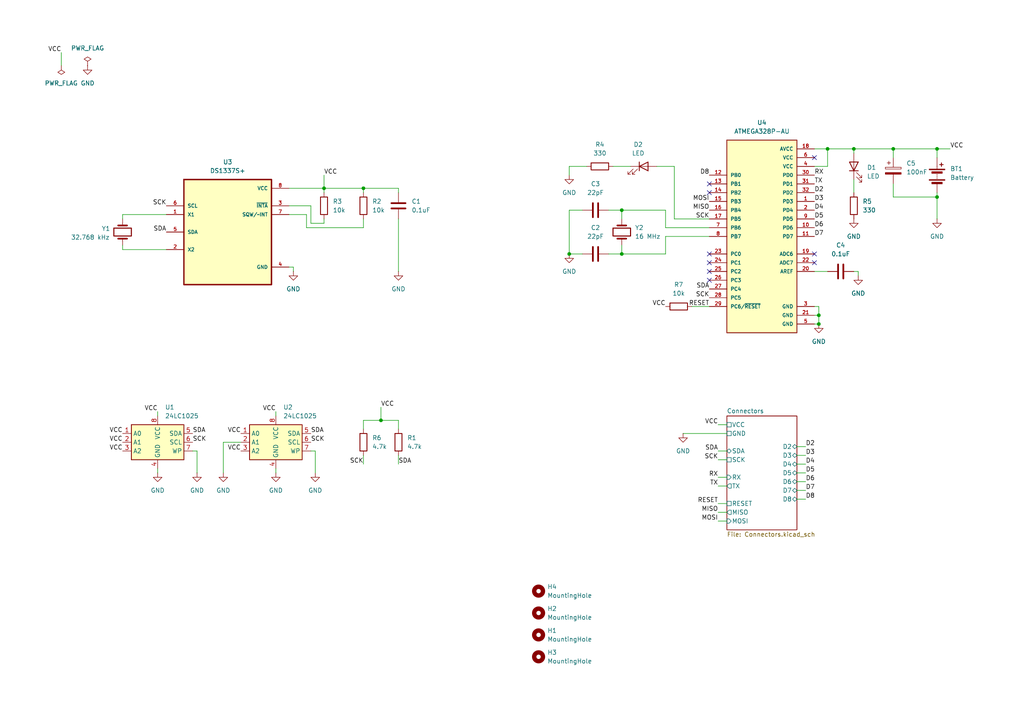
<source format=kicad_sch>
(kicad_sch (version 20250114) (generator "eeschema") (generator_version "9.0")
  (paper "A4")
  (title_block (title "${project_name}") (date "2025-03-10") (rev "1") (company "Krzysztof Tomicki"))
  (lib_symbols
    (symbol "ATMEGA328P-AU:ATMEGA328P-AU" (pin_names (offset 1.016))
      (property "Reference" "U4" (at 0 33.02 0))
      (property "Value" "ATMEGA328P-AU" (at 0 30.48 0))
      (symbol "ATMEGA328P-AU_0_0"
        (rectangle (start -10.16 -27.94) (end 10.16 27.94) (stroke (width 0.254)) (fill (type background)))
        (pin bidirectional line (at -15.24 17.78 0) (length 5.08) (name "PB0") (number "12"))
        (pin bidirectional line (at -15.24 15.24 0) (length 5.08) (name "PB1") (number "13"))
        (pin bidirectional line (at -15.24 12.7 0) (length 5.08) (name "PB2") (number "14"))
        (pin bidirectional line (at -15.24 10.16 0) (length 5.08) (name "PB3") (number "15"))
        (pin bidirectional line (at -15.24 7.62 0) (length 5.08) (name "PB4") (number "16"))
        (pin bidirectional line (at -15.24 5.08 0) (length 5.08) (name "PB5") (number "17"))
        (pin bidirectional line (at -15.24 2.54 0) (length 5.08) (name "PB6") (number "7"))
        (pin bidirectional line (at -15.24 0 0) (length 5.08) (name "PB7") (number "8"))
        (pin bidirectional line (at -15.24 -5.08 0) (length 5.08) (name "PC0") (number "23"))
        (pin bidirectional line (at -15.24 -7.62 0) (length 5.08) (name "PC1") (number "24"))
        (pin bidirectional line (at -15.24 -10.16 0) (length 5.08) (name "PC2") (number "25"))
        (pin bidirectional line (at -15.24 -12.7 0) (length 5.08) (name "PC3") (number "26"))
        (pin bidirectional line (at -15.24 -15.24 0) (length 5.08) (name "PC4") (number "27"))
        (pin bidirectional line (at -15.24 -17.78 0) (length 5.08) (name "PC5") (number "28"))
        (pin bidirectional line (at -15.24 -20.32 0) (length 5.08) (name "PC6/~{RESET}") (number "29"))
        (pin power_in line (at 15.24 25.4 180) (length 5.08) (name "AVCC") (number "18"))
        (pin power_in line (at 15.24 22.86 180) (length 5.08) (name "VCC") (number "6"))
        (pin power_in line (at 15.24 20.32 180) (length 5.08) (name "VCC") (number "4"))
        (pin bidirectional line (at 15.24 17.78 180) (length 5.08) (name "PD0") (number "30"))
        (pin bidirectional line (at 15.24 15.24 180) (length 5.08) (name "PD1") (number "31"))
        (pin bidirectional line (at 15.24 12.7 180) (length 5.08) (name "PD2") (number "32"))
        (pin bidirectional line (at 15.24 10.16 180) (length 5.08) (name "PD3") (number "1"))
        (pin bidirectional line (at 15.24 7.62 180) (length 5.08) (name "PD4") (number "2"))
        (pin bidirectional line (at 15.24 5.08 180) (length 5.08) (name "PD5") (number "9"))
        (pin bidirectional line (at 15.24 2.54 180) (length 5.08) (name "PD6") (number "10"))
        (pin bidirectional line (at 15.24 0 180) (length 5.08) (name "PD7") (number "11"))
        (pin bidirectional line (at 15.24 -5.08 180) (length 5.08) (name "ADC6") (number "19"))
        (pin bidirectional line (at 15.24 -7.62 180) (length 5.08) (name "ADC7") (number "22"))
        (pin input line (at 15.24 -10.16 180) (length 5.08) (name "AREF") (number "20"))
        (pin power_in line (at 15.24 -20.32 180) (length 5.08) (name "GND") (number "3"))
        (pin power_in line (at 15.24 -22.86 180) (length 5.08) (name "GND") (number "21"))
        (pin power_in line (at 15.24 -25.4 180) (length 5.08) (name "GND") (number "5"))
      )
    )
    (symbol "DS1337S_:DS1337S_" (pin_names (offset 1.016))
      (property "Reference" "U" (at -12.7 16.24 0))
      (property "Value" "DS1337S_" (at -12.7 -19.24 0))
      (symbol "DS1337S__0_0"
        (rectangle (start -12.7 -15.24) (end 12.7 15.24) (stroke (width 0.41)) (fill (type background)))
        (pin input line (at -17.78 7.62 0) (length 5.08) (name "SCL") (number "6"))
        (pin input line (at -17.78 5.08 0) (length 5.08) (name "X1") (number "1"))
        (pin bidirectional line (at -17.78 0 0) (length 5.08) (name "SDA") (number "5"))
        (pin bidirectional line (at -17.78 -5.08 0) (length 5.08) (name "X2") (number "2"))
        (pin power_in line (at 17.78 12.7 180) (length 5.08) (name "VCC") (number "8"))
        (pin output line (at 17.78 7.62 180) (length 5.08) (name "~{INTA}") (number "3"))
        (pin output line (at 17.78 5.08 180) (length 5.08) (name "SQW/~INT") (number "7"))
        (pin power_in line (at 17.78 -10.16 180) (length 5.08) (name "GND") (number "4"))
      )
    )
    (symbol "Device:Battery" (pin_numbers (hide yes)) (pin_names (offset 0) (hide yes))
      (property "Reference" "BT" (at 2.54 2.54 0))
      (property "Value" "Battery" (at 2.54 0 0))
      (symbol "Battery_0_1"
        (rectangle (start -2.286 1.778) (end 2.286 1.524) (fill (type outline)))
        (rectangle (start -2.286 -1.27) (end 2.286 -1.524) (fill (type outline)))
        (rectangle (start -1.524 1.016) (end 1.524 0.508) (fill (type outline)))
        (rectangle (start -1.524 -2.032) (end 1.524 -2.54) (fill (type outline)))
        (polyline (pts (xy 0 1.778) (xy 0 2.54)))
        (polyline (pts (xy 0 0) (xy 0 0.254)))
        (polyline (pts (xy 0 -0.508) (xy 0 -0.254)))
        (polyline (pts (xy 0 -1.016) (xy 0 -0.762)))
        (polyline (pts (xy 0.762 3.048) (xy 1.778 3.048)) (stroke (width 0.254)))
        (polyline (pts (xy 1.27 3.556) (xy 1.27 2.54)) (stroke (width 0.254)))
      )
      (symbol "Battery_1_1"
        (pin passive line (at 0 5.08 270) (length 2.54) (name "+") (number "1"))
        (pin passive line (at 0 -5.08 90) (length 2.54) (name "-") (number "2"))
      )
    )
    (symbol "Device:C" (pin_numbers (hide yes)) (pin_names (offset 0.254))
      (property "Reference" "C" (at 0.635 2.54 0))
      (property "Value" "C" (at 0.635 -2.54 0))
      (symbol "C_0_1"
        (polyline (pts (xy -2.032 0.762) (xy 2.032 0.762)) (stroke (width 0.508)))
        (polyline (pts (xy -2.032 -0.762) (xy 2.032 -0.762)) (stroke (width 0.508)))
      )
      (symbol "C_1_1"
        (pin passive line (at 0 3.81 270) (length 2.794) (name "~") (number "1"))
        (pin passive line (at 0 -3.81 90) (length 2.794) (name "~") (number "2"))
      )
    )
    (symbol "Device:C_Polarized" (pin_numbers (hide yes)) (pin_names (offset 0.254))
      (property "Reference" "C" (at 0.635 2.54 0))
      (property "Value" "C_Polarized" (at 0.635 -2.54 0))
      (symbol "C_Polarized_0_1"
        (rectangle (start -2.286 0.508) (end 2.286 1.016))
        (polyline (pts (xy -1.778 2.286) (xy -0.762 2.286)))
        (polyline (pts (xy -1.27 2.794) (xy -1.27 1.778)))
        (rectangle (start 2.286 -0.508) (end -2.286 -1.016) (fill (type outline)))
      )
      (symbol "C_Polarized_1_1"
        (pin passive line (at 0 3.81 270) (length 2.794) (name "~") (number "1"))
        (pin passive line (at 0 -3.81 90) (length 2.794) (name "~") (number "2"))
      )
    )
    (symbol "Device:Crystal" (pin_numbers (hide yes)) (pin_names (offset 1.016) (hide yes))
      (property "Reference" "Y" (at 0 3.81 0))
      (property "Value" "Crystal" (at 0 -3.81 0))
      (symbol "Crystal_0_1"
        (polyline (pts (xy -2.54 0) (xy -1.905 0)))
        (polyline (pts (xy -1.905 -1.27) (xy -1.905 1.27)) (stroke (width 0.508)))
        (rectangle (start -1.143 2.54) (end 1.143 -2.54) (stroke (width 0.3048)))
        (polyline (pts (xy 1.905 -1.27) (xy 1.905 1.27)) (stroke (width 0.508)))
        (polyline (pts (xy 2.54 0) (xy 1.905 0)))
      )
      (symbol "Crystal_1_1"
        (pin passive line (at -3.81 0 0) (length 1.27) (name "1") (number "1"))
        (pin passive line (at 3.81 0 180) (length 1.27) (name "2") (number "2"))
      )
    )
    (symbol "Device:LED" (pin_numbers (hide yes)) (pin_names (offset 1.016) (hide yes))
      (property "Reference" "D" (at 0 2.54 0))
      (property "Value" "LED" (at 0 -2.54 0))
      (symbol "LED_0_1"
        (polyline (pts (xy -3.048 -0.762) (xy -4.572 -2.286) (xy -3.81 -2.286) (xy -4.572 -2.286) (xy -4.572 -1.524)))
        (polyline (pts (xy -1.778 -0.762) (xy -3.302 -2.286) (xy -2.54 -2.286) (xy -3.302 -2.286) (xy -3.302 -1.524)))
        (polyline (pts (xy -1.27 0) (xy 1.27 0)))
        (polyline (pts (xy -1.27 -1.27) (xy -1.27 1.27)) (stroke (width 0.254)))
        (polyline (pts (xy 1.27 -1.27) (xy 1.27 1.27) (xy -1.27 0) (xy 1.27 -1.27)) (stroke (width 0.254)))
      )
      (symbol "LED_1_1"
        (pin passive line (at -3.81 0 0) (length 2.54) (name "K") (number "1"))
        (pin passive line (at 3.81 0 180) (length 2.54) (name "A") (number "2"))
      )
    )
    (symbol "Device:R" (pin_numbers (hide yes)) (pin_names (offset 0))
      (property "Reference" "R" (at 2.032 0 90))
      (property "Value" "R" (at 0 0 90))
      (symbol "R_0_1"
        (rectangle (start -1.016 -2.54) (end 1.016 2.54) (stroke (width 0.254)))
      )
      (symbol "R_1_1"
        (pin passive line (at 0 3.81 270) (length 1.27) (name "~") (number "1"))
        (pin passive line (at 0 -3.81 90) (length 1.27) (name "~") (number "2"))
      )
    )
    (symbol "Mechanical:MountingHole" (pin_names (offset 1.016)) (exclude_from_sim yes) (in_bom no)
      (property "Reference" "H" (at 0 5.08 0))
      (property "Value" "MountingHole" (at 0 3.175 0))
      (symbol "MountingHole_0_1"
        (circle (center 0 0) (radius 1.27) (stroke (width 1.27)))
      )
    )
    (symbol "Memory_EEPROM:24LC1025"
      (property "Reference" "U" (at -6.35 6.35 0))
      (property "Value" "24LC1025" (at 1.27 6.35 0))
      (symbol "24LC1025_1_1"
        (rectangle (start -7.62 5.08) (end 7.62 -5.08) (stroke (width 0.254)) (fill (type background)))
        (pin input line (at -10.16 2.54 0) (length 2.54) (name "A0") (number "1"))
        (pin input line (at -10.16 0 0) (length 2.54) (name "A1") (number "2"))
        (pin input line (at -10.16 -2.54 0) (length 2.54) (name "A2") (number "3"))
        (pin power_in line (at 0 7.62 270) (length 2.54) (name "VCC") (number "8"))
        (pin power_in line (at 0 -7.62 90) (length 2.54) (name "GND") (number "4"))
        (pin bidirectional line (at 10.16 2.54 180) (length 2.54) (name "SDA") (number "5"))
        (pin input line (at 10.16 0 180) (length 2.54) (name "SCL") (number "6"))
        (pin input line (at 10.16 -2.54 180) (length 2.54) (name "WP") (number "7"))
      )
    )
    (symbol "power:GND" (power) (pin_numbers (hide yes)) (pin_names (offset 0) (hide yes))
      (property "Value" "GND" (at 0 -3.81 0))
      (symbol "GND_0_1"
        (polyline (pts (xy 0 0) (xy 0 -1.27) (xy 1.27 -1.27) (xy 0 -2.54) (xy -1.27 -1.27) (xy 0 -1.27)))
      )
      (symbol "GND_1_1"
        (pin power_in line (at 0 0 270) (length 0) (name "~") (number "1"))
      )
    )
    (symbol "power:PWR_FLAG" (power) (pin_numbers (hide yes)) (pin_names (offset 0) (hide yes))
      (property "Value" "PWR_FLAG" (at 0 3.81 0))
      (symbol "PWR_FLAG_0_0"
        (pin power_out line (at 0 0 90) (length 0) (name "~") (number "1"))
      )
      (symbol "PWR_FLAG_0_1"
        (polyline (pts (xy 0 0) (xy 0 1.27) (xy -1.016 1.905) (xy 0 2.54) (xy 1.016 1.905) (xy 0 1.27)))
      )
    )
  )
  (junction (at 93.98 54.61))
  (junction (at 110.49 121.92))
  (junction (at 180.34 73.66))
  (junction (at 259.08 43.18))
  (junction (at 247.65 43.18))
  (junction (at 180.34 60.96))
  (junction (at 165.1 73.66))
  (junction (at 271.78 43.18))
  (junction (at 271.78 57.15))
  (junction (at 105.41 54.61))
  (junction (at 237.49 93.98))
  (junction (at 240.03 43.18))
  (junction (at 237.49 91.44))
  (no_connect (at 205.74 81.28))
  (no_connect (at 205.74 53.34))
  (no_connect (at 205.74 55.88))
  (no_connect (at 205.74 78.74))
  (no_connect (at 236.22 45.72))
  (no_connect (at 205.74 76.2))
  (no_connect (at 236.22 76.2))
  (no_connect (at 205.74 73.66))
  (no_connect (at 236.22 73.66))
  (wire (pts (xy 208.28 123.19) (xy 210.82 123.19)))
  (wire (pts (xy 115.57 121.92) (xy 115.57 124.46)))
  (wire (pts (xy 208.28 138.43) (xy 210.82 138.43)))
  (wire (pts (xy 236.22 78.74) (xy 240.03 78.74)))
  (wire (pts (xy 80.01 137.16) (xy 80.01 135.89)))
  (wire (pts (xy 271.78 57.15) (xy 271.78 55.88)))
  (wire (pts (xy 115.57 78.74) (xy 115.57 63.5)))
  (wire (pts (xy 93.98 63.5) (xy 93.98 64.77)))
  (wire (pts (xy 233.68 142.24) (xy 231.14 142.24)))
  (wire (pts (xy 88.9 66.04) (xy 88.9 62.23)))
  (wire (pts (xy 205.74 66.04) (xy 193.04 66.04)))
  (wire (pts (xy 115.57 134.62) (xy 115.57 132.08)))
  (wire (pts (xy 85.09 77.47) (xy 85.09 78.74)))
  (wire (pts (xy 248.92 78.74) (xy 248.92 80.01)))
  (wire (pts (xy 93.98 54.61) (xy 93.98 55.88)))
  (wire (pts (xy 105.41 54.61) (xy 115.57 54.61)))
  (wire (pts (xy 88.9 62.23) (xy 83.82 62.23)))
  (wire (pts (xy 55.88 130.81) (xy 57.15 130.81)))
  (wire (pts (xy 45.72 119.38) (xy 45.72 120.65)))
  (wire (pts (xy 236.22 88.9) (xy 237.49 88.9)))
  (wire (pts (xy 208.28 133.35) (xy 210.82 133.35)))
  (wire (pts (xy 193.04 66.04) (xy 193.04 60.96)))
  (wire (pts (xy 93.98 50.8) (xy 93.98 54.61)))
  (wire (pts (xy 236.22 48.26) (xy 240.03 48.26)))
  (wire (pts (xy 168.91 60.96) (xy 165.1 60.96)))
  (wire (pts (xy 233.68 129.54) (xy 231.14 129.54)))
  (wire (pts (xy 233.68 137.16) (xy 231.14 137.16)))
  (wire (pts (xy 48.26 62.23) (xy 35.56 62.23)))
  (wire (pts (xy 170.18 48.26) (xy 165.1 48.26)))
  (wire (pts (xy 237.49 88.9) (xy 237.49 91.44)))
  (wire (pts (xy 259.08 53.34) (xy 259.08 57.15)))
  (wire (pts (xy 233.68 132.08) (xy 231.14 132.08)))
  (wire (pts (xy 240.03 48.26) (xy 240.03 43.18)))
  (wire (pts (xy 64.77 128.27) (xy 69.85 128.27)))
  (wire (pts (xy 35.56 72.39) (xy 48.26 72.39)))
  (wire (pts (xy 93.98 54.61) (xy 105.41 54.61)))
  (wire (pts (xy 180.34 60.96) (xy 180.34 63.5)))
  (wire (pts (xy 275.59 43.18) (xy 271.78 43.18)))
  (wire (pts (xy 93.98 64.77) (xy 90.17 64.77)))
  (wire (pts (xy 35.56 71.12) (xy 35.56 72.39)))
  (wire (pts (xy 247.65 78.74) (xy 248.92 78.74)))
  (wire (pts (xy 259.08 43.18) (xy 259.08 45.72)))
  (wire (pts (xy 83.82 54.61) (xy 93.98 54.61)))
  (wire (pts (xy 236.22 91.44) (xy 237.49 91.44)))
  (wire (pts (xy 200.66 88.9) (xy 205.74 88.9)))
  (wire (pts (xy 208.28 140.97) (xy 210.82 140.97)))
  (wire (pts (xy 236.22 43.18) (xy 240.03 43.18)))
  (wire (pts (xy 35.56 62.23) (xy 35.56 63.5)))
  (wire (pts (xy 105.41 54.61) (xy 105.41 55.88)))
  (wire (pts (xy 208.28 130.81) (xy 210.82 130.81)))
  (wire (pts (xy 90.17 64.77) (xy 90.17 59.69)))
  (wire (pts (xy 259.08 57.15) (xy 271.78 57.15)))
  (wire (pts (xy 64.77 137.16) (xy 64.77 128.27)))
  (wire (pts (xy 195.58 48.26) (xy 190.5 48.26)))
  (wire (pts (xy 198.12 125.73) (xy 210.82 125.73)))
  (wire (pts (xy 233.68 139.7) (xy 231.14 139.7)))
  (wire (pts (xy 180.34 73.66) (xy 180.34 71.12)))
  (wire (pts (xy 17.78 15.24) (xy 17.78 19.05)))
  (wire (pts (xy 80.01 119.38) (xy 80.01 120.65)))
  (wire (pts (xy 177.8 48.26) (xy 182.88 48.26)))
  (wire (pts (xy 233.68 134.62) (xy 231.14 134.62)))
  (wire (pts (xy 195.58 63.5) (xy 205.74 63.5)))
  (wire (pts (xy 208.28 148.59) (xy 210.82 148.59)))
  (wire (pts (xy 233.68 144.78) (xy 231.14 144.78)))
  (wire (pts (xy 105.41 121.92) (xy 110.49 121.92)))
  (wire (pts (xy 83.82 77.47) (xy 85.09 77.47)))
  (wire (pts (xy 110.49 118.11) (xy 110.49 121.92)))
  (wire (pts (xy 208.28 146.05) (xy 210.82 146.05)))
  (wire (pts (xy 165.1 73.66) (xy 168.91 73.66)))
  (wire (pts (xy 271.78 43.18) (xy 271.78 45.72)))
  (wire (pts (xy 91.44 137.16) (xy 91.44 130.81)))
  (wire (pts (xy 193.04 73.66) (xy 193.04 68.58)))
  (wire (pts (xy 236.22 93.98) (xy 237.49 93.98)))
  (wire (pts (xy 165.1 60.96) (xy 165.1 73.66)))
  (wire (pts (xy 240.03 43.18) (xy 247.65 43.18)))
  (wire (pts (xy 247.65 43.18) (xy 259.08 43.18)))
  (wire (pts (xy 237.49 91.44) (xy 237.49 93.98)))
  (wire (pts (xy 176.53 60.96) (xy 180.34 60.96)))
  (wire (pts (xy 105.41 66.04) (xy 88.9 66.04)))
  (wire (pts (xy 57.15 130.81) (xy 57.15 137.16)))
  (wire (pts (xy 195.58 48.26) (xy 195.58 63.5)))
  (wire (pts (xy 105.41 63.5) (xy 105.41 66.04)))
  (wire (pts (xy 90.17 59.69) (xy 83.82 59.69)))
  (wire (pts (xy 176.53 73.66) (xy 180.34 73.66)))
  (wire (pts (xy 165.1 48.26) (xy 165.1 50.8)))
  (wire (pts (xy 193.04 60.96) (xy 180.34 60.96)))
  (wire (pts (xy 115.57 54.61) (xy 115.57 55.88)))
  (wire (pts (xy 247.65 52.07) (xy 247.65 55.88)))
  (wire (pts (xy 208.28 151.13) (xy 210.82 151.13)))
  (wire (pts (xy 271.78 57.15) (xy 271.78 63.5)))
  (wire (pts (xy 180.34 73.66) (xy 193.04 73.66)))
  (wire (pts (xy 45.72 137.16) (xy 45.72 135.89)))
  (wire (pts (xy 105.41 134.62) (xy 105.41 132.08)))
  (wire (pts (xy 110.49 121.92) (xy 115.57 121.92)))
  (wire (pts (xy 91.44 130.81) (xy 90.17 130.81)))
  (wire (pts (xy 193.04 68.58) (xy 205.74 68.58)))
  (wire (pts (xy 247.65 43.18) (xy 247.65 44.45)))
  (wire (pts (xy 259.08 43.18) (xy 271.78 43.18)))
  (wire (pts (xy 105.41 124.46) (xy 105.41 121.92)))
  (label "TX" (at 236.22 53.34 0))
  (label "D6" (at 236.22 66.04 0))
  (label "VCC" (at 35.56 125.73 180))
  (label "D8" (at 205.74 50.8 180))
  (label "D2" (at 236.22 55.88 0))
  (label "RESET" (at 208.28 146.05 180))
  (label "VCC" (at 193.04 88.9 180))
  (label "D8" (at 233.68 144.78 0))
  (label "SDA" (at 205.74 83.82 180))
  (label "SDA" (at 90.17 125.73 0))
  (label "RX" (at 236.22 50.8 0))
  (label "SDA" (at 48.26 67.31 180))
  (label "VCC" (at 275.59 43.18 0))
  (label "D4" (at 236.22 60.96 0))
  (label "D5" (at 236.22 63.5 0))
  (label "SCK" (at 55.88 128.27 0))
  (label "VCC" (at 93.98 50.8 0))
  (label "RX" (at 208.28 138.43 180))
  (label "SCK" (at 205.74 86.36 180))
  (label "VCC" (at 208.28 123.19 180))
  (label "SDA" (at 115.57 134.62 0))
  (label "VCC" (at 110.49 118.11 0))
  (label "RESET" (at 205.74 88.9 180))
  (label "SCK" (at 90.17 128.27 0))
  (label "MOSI" (at 205.74 58.42 180))
  (label "MISO" (at 205.74 60.96 180))
  (label "VCC" (at 35.56 130.81 180))
  (label "SCK" (at 105.41 134.62 180))
  (label "VCC" (at 35.56 128.27 180))
  (label "VCC" (at 45.72 119.38 180))
  (label "D7" (at 233.68 142.24 0))
  (label "SDA" (at 208.28 130.81 180))
  (label "VCC" (at 17.78 15.24 180))
  (label "VCC" (at 69.85 130.81 180))
  (label "D4" (at 233.68 134.62 0))
  (label "D3" (at 236.22 58.42 0))
  (label "SCK" (at 48.26 59.69 180))
  (label "D7" (at 236.22 68.58 0))
  (label "D2" (at 233.68 129.54 0))
  (label "MISO" (at 208.28 148.59 180))
  (label "VCC" (at 80.01 119.38 180))
  (label "TX" (at 208.28 140.97 180))
  (label "SDA" (at 55.88 125.73 0))
  (label "D6" (at 233.68 139.7 0))
  (label "VCC" (at 69.85 125.73 180))
  (label "SCK" (at 205.74 63.5 180))
  (label "D3" (at 233.68 132.08 0))
  (label "D5" (at 233.68 137.16 0))
  (label "SCK" (at 208.28 133.35 180))
  (label "MOSI" (at 208.28 151.13 180))
  (symbol (lib_id "Device:R") (at 196.85 88.9 270) (unit 1)
    (property "Reference" "R7" (at 196.85 82.55 90))
    (property "Value" "10k" (at 196.85 85.09 90))
    (property "Footprint" "Resistor_SMD:R_0805_2012Metric_Pad1.20x1.40mm_HandSolder" (effects (hide yes)))
    (property "Description" "Resistor" (effects (hide yes)))
  )
  (symbol (lib_id "Device:R") (at 93.98 59.69 0) (unit 1)
    (property "Reference" "R3" (at 96.52 58.4199 0) (effects (justify left)))
    (property "Value" "10k" (at 96.52 60.9599 0) (effects (justify left)))
    (property "Footprint" "Resistor_SMD:R_0805_2012Metric_Pad1.20x1.40mm_HandSolder" (effects (hide yes)))
    (property "Description" "Resistor" (effects (hide yes)))
  )
  (symbol (lib_id "power:PWR_FLAG") (at 25.4 19.05 0) (unit 1)
    (property "Reference" "#FLG04" (effects (hide yes)))
    (property "Value" "PWR_FLAG" (at 25.4 13.97 0))
    (property "Description" "Special symbol for telling ERC where power comes from" (effects (hide yes)))
  )
  (symbol (lib_id "DS1337S_:DS1337S_") (at 66.04 67.31 0) (unit 1)
    (property "Reference" "U3" (at 66.04 46.99 0))
    (property "Value" "DS1337S+" (at 66.04 49.53 0))
    (property "Footprint" "Footprints:SOIC127P600X175-8N" (effects (hide yes)))
    (property "MF" "Analog Devices" (effects (hide yes)))
    (property "Description_1" "I²C Serial Real-Time Clock" (effects (hide yes)))
    (property "Package" "SOIC-8 Maxim" (effects (hide yes)))
    (property "Price" "None" (effects (hide yes)))
    (property "SnapEDA_Link" "https://www.snapeda.com/parts/DS1337S+/Analog+Devices/view-part/?ref=snap" (effects (hide yes)))
    (property "MP" "DS1337S+" (effects (hide yes)))
    (property "Availability" "In Stock" (effects (hide yes)))
    (property "Check_prices" "https://www.snapeda.com/parts/DS1337S+/Analog+Devices/view-part/?ref=eda" (effects (hide yes)))
  )
  (symbol (lib_id "Device:R") (at 105.41 59.69 0) (unit 1)
    (property "Reference" "R2" (at 107.95 58.4199 0) (effects (justify left)))
    (property "Value" "10k" (at 107.95 60.9599 0) (effects (justify left)))
    (property "Footprint" "Resistor_SMD:R_0805_2012Metric_Pad1.20x1.40mm_HandSolder" (effects (hide yes)))
    (property "Description" "Resistor" (effects (hide yes)))
  )
  (symbol (lib_id "Device:C") (at 172.72 60.96 90) (unit 1)
    (property "Reference" "C3" (at 172.72 53.34 90))
    (property "Value" "22pF" (at 172.72 55.88 90))
    (property "Footprint" "Capacitor_SMD:C_0805_2012Metric_Pad1.18x1.45mm_HandSolder" (effects (hide yes)))
    (property "Description" "Unpolarized capacitor" (effects (hide yes)))
  )
  (symbol (lib_id "Device:C") (at 172.72 73.66 90) (unit 1)
    (property "Reference" "C2" (at 172.72 66.04 90))
    (property "Value" "22pF" (at 172.72 68.58 90))
    (property "Footprint" "Capacitor_SMD:C_0805_2012Metric_Pad1.18x1.45mm_HandSolder" (effects (hide yes)))
    (property "Description" "Unpolarized capacitor" (effects (hide yes)))
  )
  (symbol (lib_id "power:GND") (at 198.12 125.73 0) (unit 1)
    (property "Reference" "#PWR014" (effects (hide yes)))
    (property "Value" "GND" (at 198.12 130.81 0))
    (property "Description" "Power symbol creates a global label with name \"GND\" , ground" (effects (hide yes)))
  )
  (symbol (lib_id "power:GND") (at 248.92 80.01 0) (unit 1)
    (property "Reference" "#PWR013" (effects (hide yes)))
    (property "Value" "GND" (at 248.92 85.09 0))
    (property "Description" "Power symbol creates a global label with name \"GND\" , ground" (effects (hide yes)))
  )
  (symbol (lib_id "Mechanical:MountingHole") (at 156.21 184.15 0) (unit 1) (exclude_from_sim yes) (in_bom no)
    (property "Reference" "H1" (at 158.75 182.8799 0) (effects (justify left)))
    (property "Value" "MountingHole" (at 158.75 185.4199 0) (effects (justify left)))
    (property "Footprint" "MountingHole:MountingHole_2.2mm_M2" (effects (hide yes)))
    (property "Description" "Mounting Hole without connection" (effects (hide yes)))
  )
  (symbol (lib_id "power:GND") (at 64.77 137.16 0) (unit 1)
    (property "Reference" "#PWR07" (effects (hide yes)))
    (property "Value" "GND" (at 64.77 142.24 0))
    (property "Description" "Power symbol creates a global label with name \"GND\" , ground" (effects (hide yes)))
  )
  (symbol (lib_id "Mechanical:MountingHole") (at 156.21 190.5 0) (unit 1) (exclude_from_sim yes) (in_bom no)
    (property "Reference" "H3" (at 158.75 189.2299 0) (effects (justify left)))
    (property "Value" "MountingHole" (at 158.75 191.7699 0) (effects (justify left)))
    (property "Footprint" "MountingHole:MountingHole_2.2mm_M2" (effects (hide yes)))
    (property "Description" "Mounting Hole without connection" (effects (hide yes)))
  )
  (symbol (lib_id "power:GND") (at 85.09 78.74 0) (unit 1)
    (property "Reference" "#PWR01" (effects (hide yes)))
    (property "Value" "GND" (at 85.09 83.82 0))
    (property "Description" "Power symbol creates a global label with name \"GND\" , ground" (effects (hide yes)))
  )
  (symbol (lib_id "Device:Crystal") (at 180.34 67.31 90) (unit 1)
    (property "Reference" "Y2" (at 184.15 66.0399 90) (effects (justify right)))
    (property "Value" "16 MHz" (at 184.15 68.5799 90) (effects (justify right)))
    (property "Footprint" "Crystal:Crystal_SMD_5032-2Pin_5.0x3.2mm_HandSoldering" (effects (hide yes)))
    (property "Description" "Two pin crystal" (effects (hide yes)))
  )
  (symbol (lib_id "power:GND") (at 165.1 73.66 0) (unit 1)
    (property "Reference" "#PWR011" (effects (hide yes)))
    (property "Value" "GND" (at 165.1 78.74 0))
    (property "Description" "Power symbol creates a global label with name \"GND\" , ground" (effects (hide yes)))
  )
  (symbol (lib_id "Device:R") (at 105.41 128.27 0) (unit 1)
    (property "Reference" "R6" (at 107.95 126.9999 0) (effects (justify left)))
    (property "Value" "4.7k" (at 107.95 129.5399 0) (effects (justify left)))
    (property "Footprint" "Resistor_SMD:R_0805_2012Metric_Pad1.20x1.40mm_HandSolder" (effects (hide yes)))
    (property "Description" "Resistor" (effects (hide yes)))
  )
  (symbol (lib_id "Device:LED") (at 247.65 48.26 90) (unit 1)
    (property "Reference" "D1" (at 251.46 48.5774 90) (effects (justify right)))
    (property "Value" "LED" (at 251.46 51.1174 90) (effects (justify right)))
    (property "Footprint" "LED_SMD:LED_0805_2012Metric_Pad1.15x1.40mm_HandSolder" (effects (hide yes)))
    (property "Description" "Light emitting diode" (effects (hide yes)))
    (property "Sim.Pins" "1=K 2=A" (effects (hide yes)))
  )
  (symbol (lib_id "power:GND") (at 115.57 78.74 0) (unit 1)
    (property "Reference" "#PWR02" (effects (hide yes)))
    (property "Value" "GND" (at 115.57 83.82 0))
    (property "Description" "Power symbol creates a global label with name \"GND\" , ground" (effects (hide yes)))
  )
  (symbol (lib_id "Memory_EEPROM:24LC1025") (at 45.72 128.27 0) (unit 1)
    (property "Reference" "U1" (at 47.8633 118.11 0) (effects (justify left)))
    (property "Value" "24LC1025" (at 47.8633 120.65 0) (effects (justify left)))
    (property "Footprint" "Package_SO:SOIC-8_5.3x5.3mm_P1.27mm" (effects (hide yes)))
    (property "Datasheet" "http://ww1.microchip.com/downloads/en/DeviceDoc/21941B.pdf" (effects (hide yes)))
    (property "Description" "I2C Serial EEPROM, 1024Kb, DIP-8/SOIC-8/TSSOP-8/DFN-8" (effects (hide yes)))
  )
  (symbol (lib_id "power:GND") (at 91.44 137.16 0) (unit 1)
    (property "Reference" "#PWR06" (effects (hide yes)))
    (property "Value" "GND" (at 91.44 142.24 0))
    (property "Description" "Power symbol creates a global label with name \"GND\" , ground" (effects (hide yes)))
  )
  (symbol (lib_id "power:GND") (at 247.65 63.5 0) (unit 1)
    (property "Reference" "#PWR09" (effects (hide yes)))
    (property "Value" "GND" (at 247.65 68.58 0))
    (property "Description" "Power symbol creates a global label with name \"GND\" , ground" (effects (hide yes)))
  )
  (symbol (lib_id "ATMEGA328P-AU:ATMEGA328P-AU") (at 220.98 68.58 0) (unit 1)
    (property "Reference" "U4" (at 220.98 35.56 0))
    (property "Value" "ATMEGA328P-AU" (at 220.98 38.1 0))
    (property "Footprint" "Footprints:QFP80P900X900X120-32N" (effects (hide yes)))
    (property "MF" "MICROCHIP TECH." (effects (hide yes)))
    (property "MAXIMUM_PACKAGE_HEIGHT" "1.20mm" (effects (hide yes)))
    (property "Package" "TQFP-32 Microchip" (effects (hide yes)))
    (property "Price" "None" (effects (hide yes)))
    (property "Check_prices" "https://www.snapeda.com/parts/ATMEGA328P-AU/Microchip/view-part/?ref=eda" (effects (hide yes)))
    (property "STANDARD" "IPC-7351B" (effects (hide yes)))
    (property "PARTREV" "8271A" (effects (hide yes)))
    (property "SnapEDA_Link" "https://www.snapeda.com/parts/ATMEGA328P-AU/Microchip/view-part/?ref=snap" (effects (hide yes)))
    (property "MP" "ATMEGA328P-AU" (effects (hide yes)))
    (property "Description_1" "MCU 8-bit - AVR ATmega Family ATmega328 Series Microcontrollers - 20 MHz - 32 KB - 2 KB - 32 Pins." (effects (hide yes)))
    (property "Availability" "In Stock" (effects (hide yes)))
    (property "MANUFACTURER" "Microchip" (effects (hide yes)))
  )
  (symbol (lib_id "Device:C") (at 115.57 59.69 0) (unit 1)
    (property "Reference" "C1" (at 119.38 58.4199 0) (effects (justify left)))
    (property "Value" "0.1uF" (at 119.38 60.9599 0) (effects (justify left)))
    (property "Footprint" "Capacitor_SMD:C_0805_2012Metric_Pad1.18x1.45mm_HandSolder" (effects (hide yes)))
    (property "Description" "Unpolarized capacitor" (effects (hide yes)))
  )
  (symbol (lib_id "Device:C_Polarized") (at 259.08 49.53 0) (unit 1)
    (property "Reference" "C5" (at 262.89 47.3709 0) (effects (justify left)))
    (property "Value" "100nF" (at 262.89 49.9109 0) (effects (justify left)))
    (property "Footprint" "Capacitor_SMD:C_0805_2012Metric_Pad1.18x1.45mm_HandSolder" (effects (hide yes)))
    (property "Description" "Polarized capacitor" (effects (hide yes)))
  )
  (symbol (lib_id "Device:C") (at 243.84 78.74 90) (unit 1)
    (property "Reference" "C4" (at 243.84 71.12 90))
    (property "Value" "0.1uF" (at 243.84 73.66 90))
    (property "Footprint" "Capacitor_SMD:C_0805_2012Metric_Pad1.18x1.45mm_HandSolder" (effects (hide yes)))
    (property "Description" "Unpolarized capacitor" (effects (hide yes)))
  )
  (symbol (lib_id "Device:Crystal") (at 35.56 67.31 90) (unit 1)
    (property "Reference" "Y1" (at 29.464 66.294 90) (effects (justify right)))
    (property "Value" "32.768 kHz" (at 20.574 68.834 90) (effects (justify right)))
    (property "Footprint" "Crystal:Crystal_SMD_5032-2Pin_5.0x3.2mm_HandSoldering" (effects (hide yes)))
    (property "Description" "Two pin crystal" (effects (hide yes)))
  )
  (symbol (lib_id "power:GND") (at 237.49 93.98 0) (unit 1)
    (property "Reference" "#PWR08" (effects (hide yes)))
    (property "Value" "GND" (at 237.49 99.06 0))
    (property "Description" "Power symbol creates a global label with name \"GND\" , ground" (effects (hide yes)))
  )
  (symbol (lib_id "power:PWR_FLAG") (at 17.78 19.05 180) (unit 1)
    (property "Reference" "#FLG03" (effects (hide yes)))
    (property "Value" "PWR_FLAG" (at 17.78 24.13 0))
    (property "Description" "Special symbol for telling ERC where power comes from" (effects (hide yes)))
  )
  (symbol (lib_id "Device:Battery") (at 271.78 50.8 0) (unit 1)
    (property "Reference" "BT1" (at 275.59 48.9584 0) (effects (justify left)))
    (property "Value" "Battery" (at 275.59 51.4984 0) (effects (justify left)))
    (property "Footprint" "Connector_PinHeader_2.54mm:PinHeader_1x02_P2.54mm_Vertical" (effects (hide yes)))
    (property "Description" "Multiple-cell battery" (effects (hide yes)))
  )
  (symbol (lib_id "Memory_EEPROM:24LC1025") (at 80.01 128.27 0) (unit 1)
    (property "Reference" "U2" (at 82.1533 118.11 0) (effects (justify left)))
    (property "Value" "24LC1025" (at 82.1533 120.65 0) (effects (justify left)))
    (property "Footprint" "Package_SO:SOIC-8_5.3x5.3mm_P1.27mm" (effects (hide yes)))
    (property "Datasheet" "http://ww1.microchip.com/downloads/en/DeviceDoc/21941B.pdf" (effects (hide yes)))
    (property "Description" "I2C Serial EEPROM, 1024Kb, DIP-8/SOIC-8/TSSOP-8/DFN-8" (effects (hide yes)))
  )
  (symbol (lib_id "Device:R") (at 115.57 128.27 0) (unit 1)
    (property "Reference" "R1" (at 118.11 126.9999 0) (effects (justify left)))
    (property "Value" "4.7k" (at 118.11 129.5399 0) (effects (justify left)))
    (property "Footprint" "Resistor_SMD:R_0805_2012Metric_Pad1.20x1.40mm_HandSolder" (effects (hide yes)))
    (property "Description" "Resistor" (effects (hide yes)))
  )
  (symbol (lib_id "power:GND") (at 80.01 137.16 0) (unit 1)
    (property "Reference" "#PWR04" (effects (hide yes)))
    (property "Value" "GND" (at 80.01 142.24 0))
    (property "Description" "Power symbol creates a global label with name \"GND\" , ground" (effects (hide yes)))
  )
  (symbol (lib_id "power:GND") (at 57.15 137.16 0) (unit 1)
    (property "Reference" "#PWR05" (effects (hide yes)))
    (property "Value" "GND" (at 57.15 142.24 0))
    (property "Description" "Power symbol creates a global label with name \"GND\" , ground" (effects (hide yes)))
  )
  (symbol (lib_id "Device:LED") (at 186.69 48.26 0) (unit 1)
    (property "Reference" "D2" (at 185.1025 41.91 0))
    (property "Value" "LED" (at 185.1025 44.45 0))
    (property "Footprint" "LED_SMD:LED_0805_2012Metric_Pad1.15x1.40mm_HandSolder" (effects (hide yes)))
    (property "Description" "Light emitting diode" (effects (hide yes)))
    (property "Sim.Pins" "1=K 2=A" (effects (hide yes)))
  )
  (symbol (lib_id "power:GND") (at 165.1 50.8 0) (unit 1)
    (property "Reference" "#PWR012" (effects (hide yes)))
    (property "Value" "GND" (at 165.1 55.88 0))
    (property "Description" "Power symbol creates a global label with name \"GND\" , ground" (effects (hide yes)))
  )
  (symbol (lib_id "Device:R") (at 173.99 48.26 90) (unit 1)
    (property "Reference" "R4" (at 173.99 41.91 90))
    (property "Value" "330" (at 173.99 44.45 90))
    (property "Footprint" "Resistor_SMD:R_0805_2012Metric_Pad1.20x1.40mm_HandSolder" (effects (hide yes)))
    (property "Description" "Resistor" (effects (hide yes)))
  )
  (symbol (lib_id "power:GND") (at 45.72 137.16 0) (unit 1)
    (property "Reference" "#PWR03" (effects (hide yes)))
    (property "Value" "GND" (at 45.72 142.24 0))
    (property "Description" "Power symbol creates a global label with name \"GND\" , ground" (effects (hide yes)))
  )
  (symbol (lib_id "Mechanical:MountingHole") (at 156.21 171.45 0) (unit 1) (exclude_from_sim yes) (in_bom no)
    (property "Reference" "H4" (at 158.75 170.1799 0) (effects (justify left)))
    (property "Value" "MountingHole" (at 158.75 172.7199 0) (effects (justify left)))
    (property "Footprint" "MountingHole:MountingHole_2.2mm_M2" (effects (hide yes)))
    (property "Description" "Mounting Hole without connection" (effects (hide yes)))
  )
  (symbol (lib_id "power:GND") (at 271.78 63.5 0) (unit 1)
    (property "Reference" "#PWR010" (effects (hide yes)))
    (property "Value" "GND" (at 271.78 68.58 0))
    (property "Description" "Power symbol creates a global label with name \"GND\" , ground" (effects (hide yes)))
  )
  (symbol (lib_id "power:GND") (at 25.4 19.05 0) (unit 1)
    (property "Reference" "#PWR015" (effects (hide yes)))
    (property "Value" "GND" (at 25.4 24.13 0))
    (property "Description" "Power symbol creates a global label with name \"GND\" , ground" (effects (hide yes)))
  )
  (symbol (lib_id "Mechanical:MountingHole") (at 156.21 177.8 0) (unit 1) (exclude_from_sim yes) (in_bom no)
    (property "Reference" "H2" (at 158.75 176.5299 0) (effects (justify left)))
    (property "Value" "MountingHole" (at 158.75 179.0699 0) (effects (justify left)))
    (property "Footprint" "MountingHole:MountingHole_2.2mm_M2" (effects (hide yes)))
    (property "Description" "Mounting Hole without connection" (effects (hide yes)))
  )
  (symbol (lib_id "Device:R") (at 247.65 59.69 0) (unit 1)
    (property "Reference" "R5" (at 250.19 58.4199 0) (effects (justify left)))
    (property "Value" "330" (at 250.19 60.9599 0) (effects (justify left)))
    (property "Footprint" "Resistor_SMD:R_0805_2012Metric_Pad1.20x1.40mm_HandSolder" (effects (hide yes)))
    (property "Description" "Resistor" (effects (hide yes)))
  )
  (sheet (at 210.82 120.65) (size 20.32 33.02) (stroke (width 0.1524))
    (property "Sheetname" "Connectors" (at 210.82 119.9384 0) (effects (justify left bottom)))
    (property "Sheetfile" "Connectors.kicad_sch" (at 210.82 154.2546 0) (effects (justify left top)))
    (pin "D6" bidirectional (at 231.14 139.7 0))
    (pin "D7" bidirectional (at 231.14 142.24 0))
    (pin "D5" bidirectional (at 231.14 137.16 0))
    (pin "D8" bidirectional (at 231.14 144.78 0))
    (pin "D3" bidirectional (at 231.14 132.08 0))
    (pin "D2" bidirectional (at 231.14 129.54 0))
    (pin "D4" bidirectional (at 231.14 134.62 0))
    (pin "GND" passive (at 210.82 125.73 180))
    (pin "VCC" passive (at 210.82 123.19 180))
    (pin "SDA" bidirectional (at 210.82 130.81 180))
    (pin "SCK" passive (at 210.82 133.35 180))
    (pin "TX" output (at 210.82 140.97 180))
    (pin "RX" input (at 210.82 138.43 180))
    (pin "RESET" passive (at 210.82 146.05 180))
    (pin "MISO" output (at 210.82 148.59 180))
    (pin "MOSI" input (at 210.82 151.13 180))
  )
)
</source>
